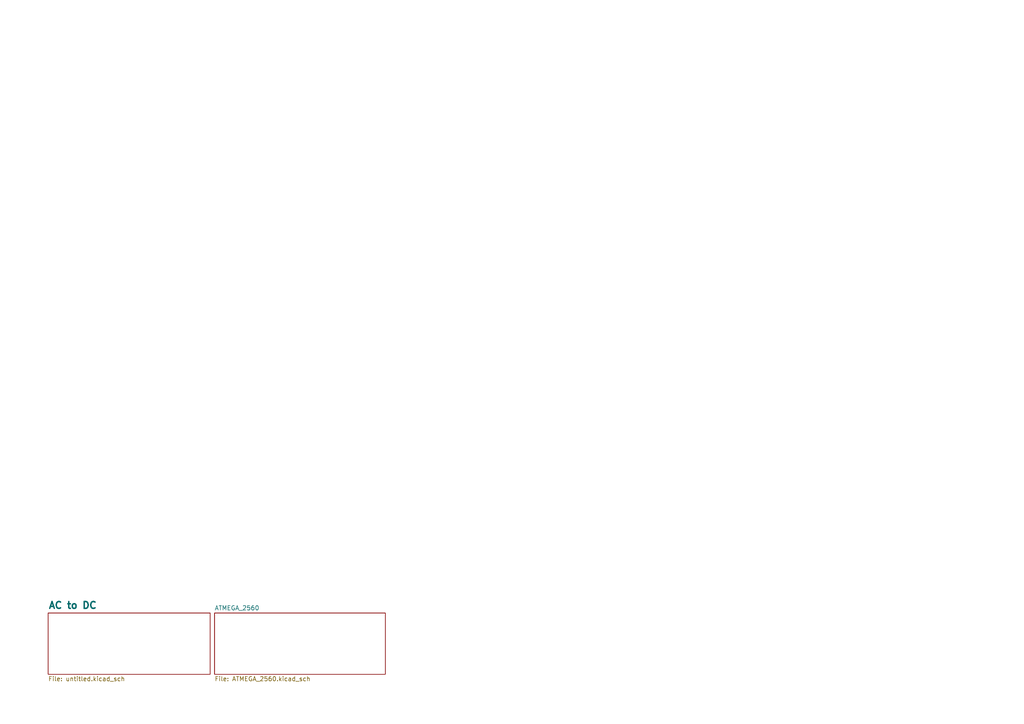
<source format=kicad_sch>
(kicad_sch
	(version 20231120)
	(generator "eeschema")
	(generator_version "8.0")
	(uuid "74001789-17a3-47e8-b8d4-34dcf908e6a9")
	(paper "A4")
	(lib_symbols)
	(sheet
		(at 62.23 177.8)
		(size 49.53 17.78)
		(fields_autoplaced yes)
		(stroke
			(width 0.1524)
			(type solid)
		)
		(fill
			(color 0 0 0 0.0000)
		)
		(uuid "25d23dde-1daa-4efb-ad1b-c51bea1dd439")
		(property "Sheetname" "ATMEGA_2560"
			(at 62.23 177.0884 0)
			(effects
				(font
					(size 1.27 1.27)
				)
				(justify left bottom)
			)
		)
		(property "Sheetfile" "ATMEGA_2560.kicad_sch"
			(at 62.23 196.1646 0)
			(effects
				(font
					(size 1.27 1.27)
				)
				(justify left top)
			)
		)
		(instances
			(project "AC TO DC"
				(path "/74001789-17a3-47e8-b8d4-34dcf908e6a9"
					(page "4")
				)
			)
		)
	)
	(sheet
		(at 13.97 177.8)
		(size 46.99 17.78)
		(fields_autoplaced yes)
		(stroke
			(width 0.1524)
			(type solid)
		)
		(fill
			(color 0 0 0 0.0000)
		)
		(uuid "6e0227c4-a032-4039-9969-32a9c27af6be")
		(property "Sheetname" "AC to DC"
			(at 13.97 176.7234 0)
			(effects
				(font
					(size 2 2)
					(bold yes)
				)
				(justify left bottom)
			)
		)
		(property "Sheetfile" "untitled.kicad_sch"
			(at 13.97 196.1646 0)
			(effects
				(font
					(size 1.27 1.27)
				)
				(justify left top)
			)
		)
		(instances
			(project "AC TO DC"
				(path "/74001789-17a3-47e8-b8d4-34dcf908e6a9"
					(page "4")
				)
			)
		)
	)
	(sheet_instances
		(path "/"
			(page "1")
		)
	)
)
</source>
